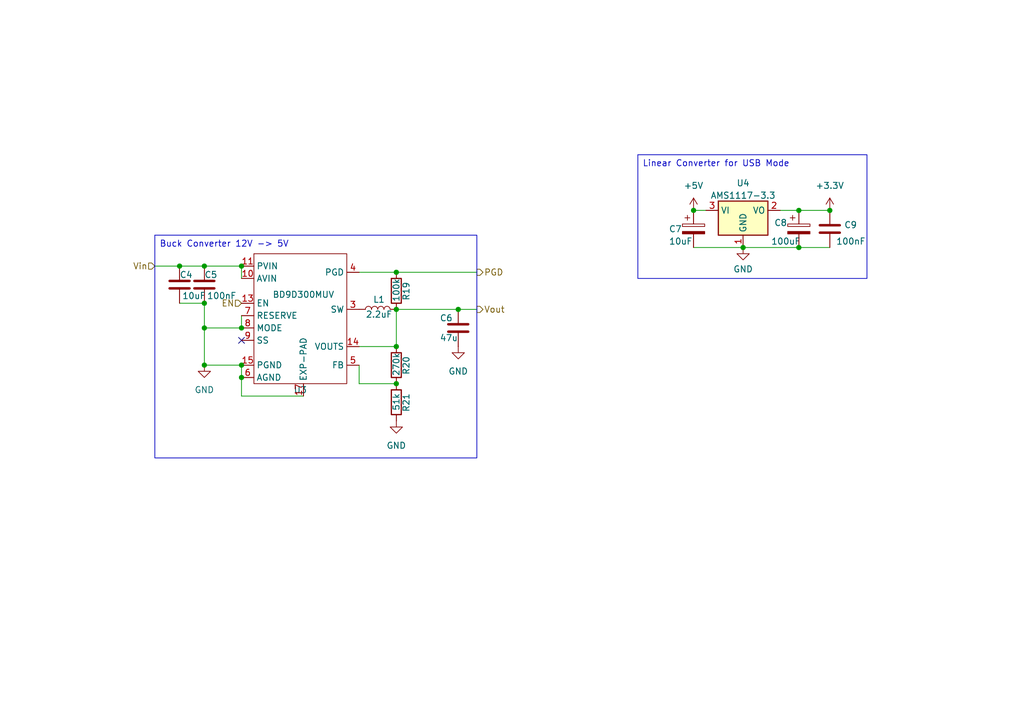
<source format=kicad_sch>
(kicad_sch (version 20231120) (generator "eeschema") (generator_version "8.0")
  (paper "A5")
  (title_block (title "Power Circuit") (date "2024-10-07") (rev "0.1") (company "DJ-Bauer") (comment 1 "Converts 12V to 5V using Buck converter") (comment 2 "Supplies 3.3V using linear regulator") (comment 3 "In future revision 3.3V could be generated from 12V if available and the linear regulator could be disabled by this"))
  (lib_symbols
    (symbol "DJCustom:BD9D300MUV"
      (property "Reference" "U" (at 5.842 0 0))
      (property "Value" "BD9D300MUV" (at 5.588 -7.112 0))
      (symbol "BD9D300MUV_0_1"
        (rectangle (start -3.81 1.27) (end 15.24 -25.4))
      )
      (symbol "BD9D300MUV_1_1"
        (pin input line (at 17.78 -10.16 180) (length 2.54) hide (name "SW") (number "1"))
        (pin input line (at -6.35 -3.81 0) (length 2.54) (name "AVIN") (number "10"))
        (pin input line (at -6.35 -1.27 0) (length 2.54) (name "PVIN") (number "11"))
        (pin input line (at -6.35 -1.27 0) (length 2.54) hide (name "PVIN") (number "12"))
        (pin input line (at -6.35 -8.89 0) (length 2.54) (name "EN") (number "13"))
        (pin input line (at 17.78 -17.78 180) (length 2.54) (name "VOUTS") (number "14"))
        (pin input line (at -6.35 -21.59 0) (length 2.54) (name "PGND") (number "15"))
        (pin input line (at -6.35 -21.59 0) (length 2.54) hide (name "PGND") (number "16"))
        (pin passive line (at 6.35 -27.94 90) (length 2.54) (name "EXP-PAD") (number "17"))
        (pin input line (at 17.78 -10.16 180) (length 2.54) hide (name "SW") (number "2"))
        (pin input line (at 17.78 -10.16 180) (length 2.54) (name "SW") (number "3"))
        (pin input line (at 17.78 -2.54 180) (length 2.54) (name "PGD") (number "4"))
        (pin input line (at 17.78 -21.59 180) (length 2.54) (name "FB") (number "5"))
        (pin input line (at -6.35 -24.13 0) (length 2.54) (name "AGND") (number "6"))
        (pin input line (at -6.35 -11.43 0) (length 2.54) (name "RESERVE") (number "7"))
        (pin input line (at -6.35 -13.97 0) (length 2.54) (name "MODE") (number "8"))
        (pin input line (at -6.35 -16.51 0) (length 2.54) (name "SS") (number "9"))
      )
    )
    (symbol "Device:C" (pin_numbers hide) (pin_names (offset 0.254))
      (property "Reference" "C" (at 0.635 2.54 0))
      (property "Value" "C" (at 0.635 -2.54 0))
      (symbol "C_0_1"
        (polyline (pts (xy -2.032 -0.762) (xy 2.032 -0.762)) (stroke (width 0.508)))
        (polyline (pts (xy -2.032 0.762) (xy 2.032 0.762)) (stroke (width 0.508)))
      )
      (symbol "C_1_1"
        (pin passive line (at 0 3.81 270) (length 2.794) (name "~") (number "1"))
        (pin passive line (at 0 -3.81 90) (length 2.794) (name "~") (number "2"))
      )
    )
    (symbol "Device:C_Polarized" (pin_numbers hide) (pin_names (offset 0.254))
      (property "Reference" "C" (at 0.635 2.54 0))
      (property "Value" "C_Polarized" (at 0.635 -2.54 0))
      (symbol "C_Polarized_0_1"
        (rectangle (start -2.286 0.508) (end 2.286 1.016))
        (polyline (pts (xy -1.778 2.286) (xy -0.762 2.286)))
        (polyline (pts (xy -1.27 2.794) (xy -1.27 1.778)))
        (rectangle (start 2.286 -0.508) (end -2.286 -1.016) (fill (type outline)))
      )
      (symbol "C_Polarized_1_1"
        (pin passive line (at 0 3.81 270) (length 2.794) (name "~") (number "1"))
        (pin passive line (at 0 -3.81 90) (length 2.794) (name "~") (number "2"))
      )
    )
    (symbol "Device:L" (pin_numbers hide) (pin_names (offset 1.016) hide)
      (property "Reference" "L" (at -1.27 0 90))
      (property "Value" "L" (at 1.905 0 90))
      (symbol "L_0_1"
        (arc (start 0 -2.54) (mid 0.6323 -1.905) (end 0 -1.27))
        (arc (start 0 -1.27) (mid 0.6323 -0.635) (end 0 0))
        (arc (start 0 0) (mid 0.6323 0.635) (end 0 1.27))
        (arc (start 0 1.27) (mid 0.6323 1.905) (end 0 2.54))
      )
      (symbol "L_1_1"
        (pin passive line (at 0 3.81 270) (length 1.27) (name "1") (number "1"))
        (pin passive line (at 0 -3.81 90) (length 1.27) (name "2") (number "2"))
      )
    )
    (symbol "Device:R" (pin_numbers hide) (pin_names (offset 0))
      (property "Reference" "R" (at 2.032 0 90))
      (property "Value" "R" (at 0 0 90))
      (symbol "R_0_1"
        (rectangle (start -1.016 -2.54) (end 1.016 2.54) (stroke (width 0.254)))
      )
      (symbol "R_1_1"
        (pin passive line (at 0 3.81 270) (length 1.27) (name "~") (number "1"))
        (pin passive line (at 0 -3.81 90) (length 1.27) (name "~") (number "2"))
      )
    )
    (symbol "Regulator_Linear:AMS1117-3.3"
      (property "Reference" "U" (at -3.81 3.175 0))
      (property "Value" "AMS1117-3.3" (at 0 3.175 0))
      (symbol "AMS1117-3.3_0_1"
        (rectangle (start -5.08 -5.08) (end 5.08 1.905) (stroke (width 0.254)) (fill (type background)))
      )
      (symbol "AMS1117-3.3_1_1"
        (pin power_in line (at 0 -7.62 90) (length 2.54) (name "GND") (number "1"))
        (pin power_out line (at 7.62 0 180) (length 2.54) (name "VO") (number "2"))
        (pin power_in line (at -7.62 0 0) (length 2.54) (name "VI") (number "3"))
      )
    )
    (symbol "power:+3.3V" (power) (pin_numbers hide) (pin_names (offset 0) hide)
      (property "Value" "+3.3V" (at 0 3.556 0))
      (symbol "+3.3V_0_1"
        (polyline (pts (xy -0.762 1.27) (xy 0 2.54)))
        (polyline (pts (xy 0 0) (xy 0 2.54)))
        (polyline (pts (xy 0 2.54) (xy 0.762 1.27)))
      )
      (symbol "+3.3V_1_1"
        (pin power_in line (at 0 0 90) (length 0) (name "~") (number "1"))
      )
    )
    (symbol "power:+5V" (power) (pin_numbers hide) (pin_names (offset 0) hide)
      (property "Value" "+5V" (at 0 3.556 0))
      (symbol "+5V_0_1"
        (polyline (pts (xy -0.762 1.27) (xy 0 2.54)))
        (polyline (pts (xy 0 0) (xy 0 2.54)))
        (polyline (pts (xy 0 2.54) (xy 0.762 1.27)))
      )
      (symbol "+5V_1_1"
        (pin power_in line (at 0 0 90) (length 0) (name "~") (number "1"))
      )
    )
    (symbol "power:GND" (power) (pin_numbers hide) (pin_names (offset 0) hide)
      (property "Value" "GND" (at 0 -3.81 0))
      (symbol "GND_0_1"
        (polyline (pts (xy 0 0) (xy 0 -1.27) (xy 1.27 -1.27) (xy 0 -2.54) (xy -1.27 -1.27) (xy 0 -1.27)))
      )
      (symbol "GND_1_1"
        (pin power_in line (at 0 0 270) (length 0) (name "~") (number "1"))
      )
    )
  )
  (junction (at 49.53 54.61))
  (junction (at 170.18 43.18))
  (junction (at 41.91 74.93))
  (junction (at 36.83 54.61))
  (junction (at 49.53 67.31))
  (junction (at 49.53 74.93))
  (junction (at 41.91 67.31))
  (junction (at 49.53 77.47))
  (junction (at 142.24 43.18))
  (junction (at 81.28 55.88))
  (junction (at 41.91 62.23))
  (junction (at 152.4 50.8))
  (junction (at 81.28 63.5))
  (junction (at 163.83 43.18))
  (junction (at 81.28 71.12))
  (junction (at 81.28 78.74))
  (junction (at 163.83 50.8))
  (junction (at 41.91 54.61))
  (junction (at 93.98 63.5))
  (no_connect (at 49.53 69.85))
  (wire (pts (xy 49.53 54.61) (xy 49.53 57.15)))
  (wire (pts (xy 142.24 50.8) (xy 152.4 50.8)))
  (wire (pts (xy 49.53 74.93) (xy 49.53 77.47)))
  (wire (pts (xy 160.02 43.18) (xy 163.83 43.18)))
  (wire (pts (xy 31.75 54.61) (xy 36.83 54.61)))
  (wire (pts (xy 49.53 81.28) (xy 62.23 81.28)))
  (wire (pts (xy 152.4 50.8) (xy 163.83 50.8)))
  (wire (pts (xy 142.24 43.18) (xy 144.78 43.18)))
  (wire (pts (xy 73.66 55.88) (xy 81.28 55.88)))
  (wire (pts (xy 49.53 64.77) (xy 49.53 67.31)))
  (wire (pts (xy 93.98 63.5) (xy 97.79 63.5)))
  (wire (pts (xy 49.53 77.47) (xy 49.53 81.28)))
  (wire (pts (xy 41.91 62.23) (xy 41.91 67.31)))
  (wire (pts (xy 163.83 43.18) (xy 170.18 43.18)))
  (wire (pts (xy 81.28 63.5) (xy 81.28 71.12)))
  (wire (pts (xy 41.91 54.61) (xy 49.53 54.61)))
  (wire (pts (xy 73.66 78.74) (xy 73.66 74.93)))
  (wire (pts (xy 81.28 55.88) (xy 97.79 55.88)))
  (wire (pts (xy 41.91 74.93) (xy 49.53 74.93)))
  (wire (pts (xy 81.28 78.74) (xy 73.66 78.74)))
  (wire (pts (xy 41.91 67.31) (xy 41.91 74.93)))
  (wire (pts (xy 36.83 54.61) (xy 41.91 54.61)))
  (wire (pts (xy 41.91 67.31) (xy 49.53 67.31)))
  (wire (pts (xy 73.66 71.12) (xy 81.28 71.12)))
  (wire (pts (xy 163.83 50.8) (xy 170.18 50.8)))
  (wire (pts (xy 81.28 63.5) (xy 93.98 63.5)))
  (wire (pts (xy 36.83 62.23) (xy 41.91 62.23)))
  (text_box "Buck Converter 12V -> 5V" (at 31.75 48.26 0) (size 66.04 45.72) (effects (font (size 1.27 1.27)) (justify left top)))
  (text_box "Linear Converter for USB Mode" (at 130.81 31.75 0) (size 46.99 25.4) (effects (font (size 1.27 1.27)) (justify left top)))
  (hierarchical_label "Vin" (shape input) (at 31.75 54.61 180))
  (hierarchical_label "PGD" (shape output) (at 97.79 55.88 0))
  (hierarchical_label "Vout" (shape output) (at 97.79 63.5 0))
  (hierarchical_label "EN" (shape input) (at 49.53 62.23 180))
  (symbol (lib_id "Device:C") (at 93.98 67.31 0) (unit 1)
    (property "Reference" "C6" (at 90.17 65.278 0) (effects (justify left)))
    (property "Value" "47u" (at 90.17 69.342 0) (effects (justify left)))
    (property "Description" "Unpolarized capacitor" (effects (hide yes)))
    (property "LCSC Part #" "C16780" (effects (hide yes)))
  )
  (symbol (lib_id "Device:C_Polarized") (at 163.83 46.99 0) (unit 1)
    (property "Reference" "C8" (at 158.75 45.72 0) (effects (justify left)))
    (property "Value" "100uF" (at 158.115 49.53 0) (effects (justify left)))
    (property "Footprint" "Capacitor_SMD:CP_Elec_10x10" (effects (hide yes)))
    (property "Description" "Polarized capacitor" (effects (hide yes)))
    (property "LCSC Part #" "C249836" (effects (hide yes)))
    (property "JLCPCB Rotation Offset" "180" (effects (hide yes)))
  )
  (symbol (lib_id "Device:R") (at 81.28 74.93 0) (unit 1)
    (property "Reference" "R20" (at 83.312 76.962 90) (effects (justify left)))
    (property "Value" "270k" (at 81.28 77.216 90) (effects (justify left)))
    (property "Description" "Resistor" (effects (hide yes)))
  )
  (symbol (lib_id "Device:R") (at 81.28 59.69 0) (unit 1)
    (property "Reference" "R19" (at 83.312 61.722 90) (effects (justify left)))
    (property "Value" "100k" (at 81.28 61.976 90) (effects (justify left)))
    (property "Description" "Resistor" (effects (hide yes)))
  )
  (symbol (lib_id "DJCustom:BD9D300MUV") (at 55.88 53.34 0) (unit 1)
    (property "Reference" "U3" (at 61.595 80.01 0))
    (property "Value" "BD9D300MUV" (at 62.23 60.452 0))
    (property "Footprint" "Package_DFN_QFN:VQFN-16-1EP_3x3mm_P0.5mm_EP1.8x1.8mm" (effects (hide yes)))
    (property "Datasheet" "https://fscdn.rohm.com/en/products/databook/datasheet/ic/power/switching_regulator/bd9d300muv-e.pdf" (effects (hide yes)))
    (property "LCSC Part #" "C2071880" (effects (hide yes)))
  )
  (symbol (lib_id "Device:C") (at 41.91 58.42 0) (unit 1)
    (property "Reference" "C5" (at 41.91 56.388 0) (effects (justify left)))
    (property "Value" "100nF" (at 42.418 60.706 0) (effects (justify left)))
    (property "Footprint" "Capacitor_SMD:C_0805_2012Metric" (effects (hide yes)))
    (property "Description" "Should be placed as close as possible to the PVIN pin as possible to reduct high frequency noise" (effects (hide yes)))
    (property "LCSC Part #" "C1525" (effects (hide yes)))
  )
  (symbol (lib_id "power:+3.3V") (at 170.18 43.18 0) (unit 1)
    (property "Reference" "#PWR031" (effects (hide yes)))
    (property "Value" "+3.3V" (at 170.18 38.1 0))
    (property "Description" "Power symbol creates a global label with name \"+3.3V\"" (effects (hide yes)))
  )
  (symbol (lib_id "power:+5V") (at 142.24 43.18 0) (unit 1)
    (property "Reference" "#PWR029" (effects (hide yes)))
    (property "Value" "+5V" (at 142.24 38.1 0))
    (property "Description" "Power symbol creates a global label with name \"+5V\"" (effects (hide yes)))
  )
  (symbol (lib_id "Device:C") (at 36.83 58.42 0) (unit 1)
    (property "Reference" "C4" (at 36.83 56.388 0) (effects (justify left)))
    (property "Value" "10uF" (at 37.338 60.706 0) (effects (justify left)))
    (property "Footprint" "Capacitor_SMD:C_0805_2012Metric" (effects (hide yes)))
    (property "Description" "Unpolarized capacitor" (effects (hide yes)))
    (property "LCSC Part #" "C440198" (effects (hide yes)))
  )
  (symbol (lib_id "Device:C") (at 170.18 46.99 0) (unit 1)
    (property "Reference" "C9" (at 173.101 46.1553 0) (effects (justify left)))
    (property "Value" "100nF" (at 171.45 49.53 0) (effects (justify left)))
    (property "Footprint" "Capacitor_SMD:C_0805_2012Metric" (effects (hide yes)))
    (property "Description" "Unpolarized capacitor" (effects (hide yes)))
    (property "LCSC Part #" "C1525" (effects (hide yes)))
  )
  (symbol (lib_id "Device:L") (at 77.47 63.5 90) (unit 1)
    (property "Reference" "L1" (at 77.724 61.468 90))
    (property "Value" "2.2uF" (at 77.724 64.516 90))
    (property "Description" "Inductor" (effects (hide yes)))
    (property "LCSC Part #" "C479919" (effects (hide yes)))
  )
  (symbol (lib_id "power:GND") (at 41.91 74.93 0) (unit 1)
    (property "Reference" "#PWR026" (effects (hide yes)))
    (property "Value" "GND" (at 41.91 80.01 0))
    (property "Description" "Power symbol creates a global label with name \"GND\" , ground" (effects (hide yes)))
  )
  (symbol (lib_id "Device:C_Polarized") (at 142.24 46.99 0) (unit 1)
    (property "Reference" "C7" (at 137.16 46.99 0) (effects (justify left)))
    (property "Value" "10uF" (at 137.16 49.5269 0) (effects (justify left)))
    (property "Footprint" "Capacitor_SMD:C_0805_2012Metric" (effects (hide yes)))
    (property "Description" "Polarized capacitor" (effects (hide yes)))
    (property "LCSC Part #" "C440198" (effects (hide yes)))
  )
  (symbol (lib_id "power:GND") (at 81.28 86.36 0) (unit 1)
    (property "Reference" "#PWR027" (effects (hide yes)))
    (property "Value" "GND" (at 81.28 91.44 0))
    (property "Description" "Power symbol creates a global label with name \"GND\" , ground" (effects (hide yes)))
  )
  (symbol (lib_id "Device:R") (at 81.28 82.55 0) (unit 1)
    (property "Reference" "R21" (at 83.312 84.582 90) (effects (justify left)))
    (property "Value" "51k" (at 81.28 84.328 90) (effects (justify left)))
    (property "Description" "Resistor" (effects (hide yes)))
  )
  (symbol (lib_id "power:GND") (at 152.4 50.8 0) (unit 1)
    (property "Reference" "#PWR030" (effects (hide yes)))
    (property "Value" "GND" (at 152.4 55.2434 0))
    (property "Description" "Power symbol creates a global label with name \"GND\" , ground" (effects (hide yes)))
  )
  (symbol (lib_id "Regulator_Linear:AMS1117-3.3") (at 152.4 43.18 0) (unit 1)
    (property "Reference" "U4" (at 152.4 37.5752 0))
    (property "Value" "AMS1117-3.3" (at 152.4 40.1121 0))
    (property "Footprint" "Package_TO_SOT_SMD:SOT-223-3_TabPin2" (effects (hide yes)))
    (property "Datasheet" "http://www.advanced-monolithic.com/pdf/ds1117.pdf" (effects (hide yes)))
    (property "Description" "1A Low Dropout regulator, positive, 3.3V fixed output, SOT-223" (effects (hide yes)))
    (property "LCSC Part #" "C347256" (effects (hide yes)))
  )
  (symbol (lib_id "power:GND") (at 93.98 71.12 0) (unit 1)
    (property "Reference" "#PWR028" (effects (hide yes)))
    (property "Value" "GND" (at 93.98 76.2 0))
    (property "Description" "Power symbol creates a global label with name \"GND\" , ground" (effects (hide yes)))
  )
)
</source>
